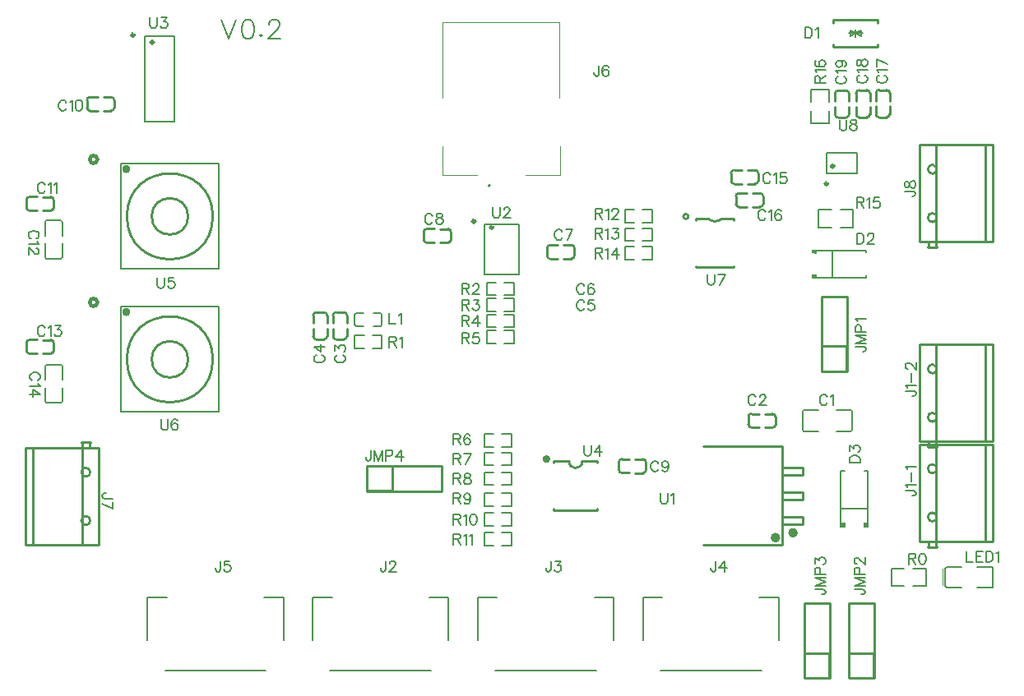
<source format=gto>
G04 Layer: TopSilkscreenLayer*
G04 EasyEDA v6.5.46, 2024-09-04 15:34:20*
G04 d73e3e6912d945eb9b412824c50a840e,79071ce94af74c669a867ceed4e6d4b3,10*
G04 Gerber Generator version 0.2*
G04 Scale: 100 percent, Rotated: No, Reflected: No *
G04 Dimensions in millimeters *
G04 leading zeros omitted , absolute positions ,4 integer and 5 decimal *
%FSLAX45Y45*%
%MOMM*%

%ADD10C,0.2032*%
%ADD11C,0.1524*%
%ADD12C,0.2540*%
%ADD13C,0.1270*%
%ADD14C,0.1999*%
%ADD15C,0.1001*%
%ADD16C,0.1520*%
%ADD17C,0.3000*%
%ADD18C,0.4000*%
%ADD19C,0.4250*%
%ADD20C,0.5000*%
%ADD21C,0.0137*%

%LPD*%
D10*
X2362200Y6885178D02*
G01*
X2436113Y6691376D01*
X2510027Y6885178D02*
G01*
X2436113Y6691376D01*
X2626359Y6885178D02*
G01*
X2598674Y6876034D01*
X2580131Y6848347D01*
X2570988Y6802120D01*
X2570988Y6774434D01*
X2580131Y6728205D01*
X2598674Y6700520D01*
X2626359Y6691376D01*
X2644902Y6691376D01*
X2672588Y6700520D01*
X2691129Y6728205D01*
X2700274Y6774434D01*
X2700274Y6802120D01*
X2691129Y6848347D01*
X2672588Y6876034D01*
X2644902Y6885178D01*
X2626359Y6885178D01*
X2770377Y6737350D02*
G01*
X2761234Y6728205D01*
X2770377Y6719062D01*
X2779775Y6728205D01*
X2770377Y6737350D01*
X2849879Y6838950D02*
G01*
X2849879Y6848347D01*
X2859024Y6866889D01*
X2868422Y6876034D01*
X2886709Y6885178D01*
X2923793Y6885178D01*
X2942336Y6876034D01*
X2951479Y6866889D01*
X2960624Y6848347D01*
X2960624Y6829805D01*
X2951479Y6811263D01*
X2932938Y6783578D01*
X2840736Y6691376D01*
X2970022Y6691376D01*
D11*
X3900170Y2452115D02*
G01*
X3900170Y2369057D01*
X3894836Y2353310D01*
X3889756Y2348229D01*
X3879341Y2343150D01*
X3868927Y2343150D01*
X3858513Y2348229D01*
X3853179Y2353310D01*
X3848100Y2369057D01*
X3848100Y2379471D01*
X3934459Y2452115D02*
G01*
X3934459Y2343150D01*
X3934459Y2452115D02*
G01*
X3975861Y2343150D01*
X4017518Y2452115D02*
G01*
X3975861Y2343150D01*
X4017518Y2452115D02*
G01*
X4017518Y2343150D01*
X4051808Y2452115D02*
G01*
X4051808Y2343150D01*
X4051808Y2452115D02*
G01*
X4098543Y2452115D01*
X4114038Y2447036D01*
X4119372Y2441702D01*
X4124452Y2431287D01*
X4124452Y2415794D01*
X4119372Y2405379D01*
X4114038Y2400300D01*
X4098543Y2394965D01*
X4051808Y2394965D01*
X4210811Y2452115D02*
G01*
X4158741Y2379471D01*
X4236720Y2379471D01*
X4210811Y2452115D02*
G01*
X4210811Y2343150D01*
X3555491Y3430788D02*
G01*
X3545077Y3425454D01*
X3534663Y3415040D01*
X3529584Y3404880D01*
X3529584Y3384052D01*
X3534663Y3373638D01*
X3545077Y3363224D01*
X3555491Y3357890D01*
X3571240Y3352810D01*
X3597147Y3352810D01*
X3612641Y3357890D01*
X3623056Y3363224D01*
X3633470Y3373638D01*
X3638550Y3384052D01*
X3638550Y3404880D01*
X3633470Y3415040D01*
X3623056Y3425454D01*
X3612641Y3430788D01*
X3529584Y3475492D02*
G01*
X3529584Y3532642D01*
X3571240Y3501400D01*
X3571240Y3516894D01*
X3576320Y3527308D01*
X3581400Y3532642D01*
X3597147Y3537722D01*
X3607561Y3537722D01*
X3623056Y3532642D01*
X3633470Y3522228D01*
X3638550Y3506480D01*
X3638550Y3490986D01*
X3633470Y3475492D01*
X3628390Y3470158D01*
X3617975Y3465078D01*
X3339591Y3430788D02*
G01*
X3329177Y3425454D01*
X3318763Y3415040D01*
X3313684Y3404880D01*
X3313684Y3384052D01*
X3318763Y3373638D01*
X3329177Y3363224D01*
X3339591Y3357890D01*
X3355340Y3352810D01*
X3381247Y3352810D01*
X3396741Y3357890D01*
X3407156Y3363224D01*
X3417570Y3373638D01*
X3422650Y3384052D01*
X3422650Y3404880D01*
X3417570Y3415040D01*
X3407156Y3425454D01*
X3396741Y3430788D01*
X3313684Y3516894D02*
G01*
X3386327Y3465078D01*
X3386327Y3543056D01*
X3313684Y3516894D02*
G01*
X3422650Y3516894D01*
X5869177Y4699507D02*
G01*
X5863843Y4709921D01*
X5853429Y4720336D01*
X5843270Y4725415D01*
X5822441Y4725415D01*
X5812027Y4720336D01*
X5801613Y4709921D01*
X5796279Y4699507D01*
X5791200Y4683760D01*
X5791200Y4657852D01*
X5796279Y4642357D01*
X5801613Y4631944D01*
X5812027Y4621529D01*
X5822441Y4616450D01*
X5843270Y4616450D01*
X5853429Y4621529D01*
X5863843Y4631944D01*
X5869177Y4642357D01*
X5976111Y4725415D02*
G01*
X5924295Y4616450D01*
X5903468Y4725415D02*
G01*
X5976111Y4725415D01*
X4535677Y4864607D02*
G01*
X4530343Y4875021D01*
X4519929Y4885436D01*
X4509770Y4890515D01*
X4488941Y4890515D01*
X4478527Y4885436D01*
X4468113Y4875021D01*
X4462779Y4864607D01*
X4457700Y4848860D01*
X4457700Y4822952D01*
X4462779Y4807457D01*
X4468113Y4797044D01*
X4478527Y4786629D01*
X4488941Y4781550D01*
X4509770Y4781550D01*
X4519929Y4786629D01*
X4530343Y4797044D01*
X4535677Y4807457D01*
X4595875Y4890515D02*
G01*
X4580381Y4885436D01*
X4575047Y4875021D01*
X4575047Y4864607D01*
X4580381Y4854194D01*
X4590795Y4848860D01*
X4611370Y4843779D01*
X4627118Y4838700D01*
X4637531Y4828286D01*
X4642611Y4817871D01*
X4642611Y4802123D01*
X4637531Y4791710D01*
X4632197Y4786629D01*
X4616704Y4781550D01*
X4595875Y4781550D01*
X4580381Y4786629D01*
X4575047Y4791710D01*
X4569968Y4802123D01*
X4569968Y4817871D01*
X4575047Y4828286D01*
X4585461Y4838700D01*
X4601209Y4843779D01*
X4621784Y4848860D01*
X4632197Y4854194D01*
X4637531Y4864607D01*
X4637531Y4875021D01*
X4632197Y4885436D01*
X4616704Y4890515D01*
X4595875Y4890515D01*
X6859777Y2314803D02*
G01*
X6854443Y2325217D01*
X6844029Y2335631D01*
X6833870Y2340711D01*
X6813041Y2340711D01*
X6802627Y2335631D01*
X6792213Y2325217D01*
X6786879Y2314803D01*
X6781800Y2299055D01*
X6781800Y2273147D01*
X6786879Y2257653D01*
X6792213Y2247239D01*
X6802627Y2236825D01*
X6813041Y2231745D01*
X6833870Y2231745D01*
X6844029Y2236825D01*
X6854443Y2247239D01*
X6859777Y2257653D01*
X6961631Y2304389D02*
G01*
X6956297Y2288895D01*
X6945884Y2278481D01*
X6930390Y2273147D01*
X6925309Y2273147D01*
X6909561Y2278481D01*
X6899147Y2288895D01*
X6894068Y2304389D01*
X6894068Y2309469D01*
X6899147Y2325217D01*
X6909561Y2335631D01*
X6925309Y2340711D01*
X6930390Y2340711D01*
X6945884Y2335631D01*
X6956297Y2325217D01*
X6961631Y2304389D01*
X6961631Y2278481D01*
X6956297Y2252319D01*
X6945884Y2236825D01*
X6930390Y2231745D01*
X6919975Y2231745D01*
X6904481Y2236825D01*
X6899147Y2247239D01*
X763778Y6033007D02*
G01*
X758444Y6043421D01*
X748029Y6053836D01*
X737870Y6058915D01*
X717042Y6058915D01*
X706628Y6053836D01*
X696213Y6043421D01*
X690879Y6033007D01*
X685800Y6017260D01*
X685800Y5991352D01*
X690879Y5975857D01*
X696213Y5965444D01*
X706628Y5955029D01*
X717042Y5949950D01*
X737870Y5949950D01*
X748029Y5955029D01*
X758444Y5965444D01*
X763778Y5975857D01*
X798068Y6038087D02*
G01*
X808481Y6043421D01*
X823976Y6058915D01*
X823976Y5949950D01*
X889507Y6058915D02*
G01*
X873760Y6053836D01*
X863600Y6038087D01*
X858265Y6012179D01*
X858265Y5996686D01*
X863600Y5970523D01*
X873760Y5955029D01*
X889507Y5949950D01*
X899921Y5949950D01*
X915415Y5955029D01*
X925829Y5970523D01*
X930910Y5996686D01*
X930910Y6012179D01*
X925829Y6038087D01*
X915415Y6053836D01*
X899921Y6058915D01*
X889507Y6058915D01*
X547878Y5182107D02*
G01*
X542544Y5192521D01*
X532129Y5202936D01*
X521970Y5208015D01*
X501142Y5208015D01*
X490728Y5202936D01*
X480313Y5192521D01*
X474979Y5182107D01*
X469900Y5166360D01*
X469900Y5140452D01*
X474979Y5124957D01*
X480313Y5114544D01*
X490728Y5104129D01*
X501142Y5099050D01*
X521970Y5099050D01*
X532129Y5104129D01*
X542544Y5114544D01*
X547878Y5124957D01*
X582168Y5187187D02*
G01*
X592581Y5192521D01*
X608076Y5208015D01*
X608076Y5099050D01*
X642365Y5187187D02*
G01*
X652779Y5192521D01*
X668273Y5208015D01*
X668273Y5099050D01*
X547878Y3708907D02*
G01*
X542544Y3719321D01*
X532129Y3729736D01*
X521970Y3734815D01*
X501142Y3734815D01*
X490728Y3729736D01*
X480313Y3719321D01*
X474979Y3708907D01*
X469900Y3693160D01*
X469900Y3667252D01*
X474979Y3651757D01*
X480313Y3641344D01*
X490728Y3630929D01*
X501142Y3625850D01*
X521970Y3625850D01*
X532129Y3630929D01*
X542544Y3641344D01*
X547878Y3651757D01*
X582168Y3713987D02*
G01*
X592581Y3719321D01*
X608076Y3734815D01*
X608076Y3625850D01*
X652779Y3734815D02*
G01*
X709929Y3734815D01*
X678687Y3693160D01*
X694436Y3693160D01*
X704850Y3688079D01*
X709929Y3683000D01*
X715010Y3667252D01*
X715010Y3656837D01*
X709929Y3641344D01*
X699515Y3630929D01*
X684021Y3625850D01*
X668273Y3625850D01*
X652779Y3630929D01*
X647700Y3636010D01*
X642365Y3646423D01*
X8015488Y5283707D02*
G01*
X8010154Y5294121D01*
X7999740Y5304536D01*
X7989580Y5309615D01*
X7968752Y5309615D01*
X7958338Y5304536D01*
X7947924Y5294121D01*
X7942590Y5283707D01*
X7937510Y5267960D01*
X7937510Y5242052D01*
X7942590Y5226557D01*
X7947924Y5216144D01*
X7958338Y5205729D01*
X7968752Y5200650D01*
X7989580Y5200650D01*
X7999740Y5205729D01*
X8010154Y5216144D01*
X8015488Y5226557D01*
X8049778Y5288787D02*
G01*
X8060192Y5294121D01*
X8075686Y5309615D01*
X8075686Y5200650D01*
X8172460Y5309615D02*
G01*
X8120390Y5309615D01*
X8115310Y5262879D01*
X8120390Y5267960D01*
X8135884Y5273294D01*
X8151632Y5273294D01*
X8167126Y5267960D01*
X8177540Y5257800D01*
X8182620Y5242052D01*
X8182620Y5231637D01*
X8177540Y5216144D01*
X8167126Y5205729D01*
X8151632Y5200650D01*
X8135884Y5200650D01*
X8120390Y5205729D01*
X8115310Y5210810D01*
X8109976Y5221223D01*
X9130791Y6313688D02*
G01*
X9120377Y6308354D01*
X9109963Y6297940D01*
X9104884Y6287780D01*
X9104884Y6266952D01*
X9109963Y6256538D01*
X9120377Y6246124D01*
X9130791Y6240790D01*
X9146540Y6235710D01*
X9172447Y6235710D01*
X9187941Y6240790D01*
X9198356Y6246124D01*
X9208770Y6256538D01*
X9213850Y6266952D01*
X9213850Y6287780D01*
X9208770Y6297940D01*
X9198356Y6308354D01*
X9187941Y6313688D01*
X9125711Y6347978D02*
G01*
X9120377Y6358392D01*
X9104884Y6373886D01*
X9213850Y6373886D01*
X9104884Y6480820D02*
G01*
X9213850Y6429004D01*
X9104884Y6408176D02*
G01*
X9104884Y6480820D01*
X8927591Y6313688D02*
G01*
X8917177Y6308354D01*
X8906763Y6297940D01*
X8901684Y6287780D01*
X8901684Y6266952D01*
X8906763Y6256538D01*
X8917177Y6246124D01*
X8927591Y6240790D01*
X8943340Y6235710D01*
X8969247Y6235710D01*
X8984741Y6240790D01*
X8995156Y6246124D01*
X9005570Y6256538D01*
X9010650Y6266952D01*
X9010650Y6287780D01*
X9005570Y6297940D01*
X8995156Y6308354D01*
X8984741Y6313688D01*
X8922511Y6347978D02*
G01*
X8917177Y6358392D01*
X8901684Y6373886D01*
X9010650Y6373886D01*
X8901684Y6434084D02*
G01*
X8906763Y6418590D01*
X8917177Y6413510D01*
X8927591Y6413510D01*
X8938006Y6418590D01*
X8943340Y6429004D01*
X8948420Y6449832D01*
X8953500Y6465326D01*
X8963913Y6475740D01*
X8974327Y6480820D01*
X8990075Y6480820D01*
X9000490Y6475740D01*
X9005570Y6470660D01*
X9010650Y6454912D01*
X9010650Y6434084D01*
X9005570Y6418590D01*
X9000490Y6413510D01*
X8990075Y6408176D01*
X8974327Y6408176D01*
X8963913Y6413510D01*
X8953500Y6423670D01*
X8948420Y6439418D01*
X8943340Y6460246D01*
X8938006Y6470660D01*
X8927591Y6475740D01*
X8917177Y6475740D01*
X8906763Y6470660D01*
X8901684Y6454912D01*
X8901684Y6434084D01*
X7964690Y4902715D02*
G01*
X7959356Y4913129D01*
X7948942Y4923543D01*
X7938782Y4928623D01*
X7917954Y4928623D01*
X7907540Y4923543D01*
X7897126Y4913129D01*
X7891792Y4902715D01*
X7886712Y4886967D01*
X7886712Y4861059D01*
X7891792Y4845565D01*
X7897126Y4835151D01*
X7907540Y4824737D01*
X7917954Y4819657D01*
X7938782Y4819657D01*
X7948942Y4824737D01*
X7959356Y4835151D01*
X7964690Y4845565D01*
X7998980Y4907795D02*
G01*
X8009394Y4913129D01*
X8024888Y4928623D01*
X8024888Y4819657D01*
X8121662Y4913129D02*
G01*
X8116328Y4923543D01*
X8100834Y4928623D01*
X8090420Y4928623D01*
X8074672Y4923543D01*
X8064512Y4907795D01*
X8059178Y4881887D01*
X8059178Y4855979D01*
X8064512Y4835151D01*
X8074672Y4824737D01*
X8090420Y4819657D01*
X8095500Y4819657D01*
X8111248Y4824737D01*
X8121662Y4835151D01*
X8126742Y4850645D01*
X8126742Y4855979D01*
X8121662Y4871473D01*
X8111248Y4881887D01*
X8095500Y4886967D01*
X8090420Y4886967D01*
X8074672Y4881887D01*
X8064512Y4871473D01*
X8059178Y4855979D01*
X8369300Y6808215D02*
G01*
X8369300Y6699250D01*
X8369300Y6808215D02*
G01*
X8405622Y6808215D01*
X8421370Y6803136D01*
X8431529Y6792721D01*
X8436863Y6782308D01*
X8441943Y6766560D01*
X8441943Y6740652D01*
X8436863Y6725158D01*
X8431529Y6714744D01*
X8421370Y6704329D01*
X8405622Y6699250D01*
X8369300Y6699250D01*
X8476234Y6787387D02*
G01*
X8486647Y6792721D01*
X8502395Y6808215D01*
X8502395Y6699250D01*
X8902710Y4687315D02*
G01*
X8902710Y4578350D01*
X8902710Y4687315D02*
G01*
X8939032Y4687315D01*
X8954780Y4682236D01*
X8964940Y4671821D01*
X8970274Y4661407D01*
X8975354Y4645660D01*
X8975354Y4619752D01*
X8970274Y4604257D01*
X8964940Y4593844D01*
X8954780Y4583429D01*
X8939032Y4578350D01*
X8902710Y4578350D01*
X9014978Y4661407D02*
G01*
X9014978Y4666487D01*
X9020058Y4676902D01*
X9025392Y4682236D01*
X9035806Y4687315D01*
X9056380Y4687315D01*
X9066794Y4682236D01*
X9072128Y4676902D01*
X9077208Y4666487D01*
X9077208Y4656073D01*
X9072128Y4645660D01*
X9061714Y4630165D01*
X9009644Y4578350D01*
X9082542Y4578350D01*
X4052061Y1309115D02*
G01*
X4052061Y1226057D01*
X4046727Y1210310D01*
X4041647Y1205229D01*
X4031234Y1200150D01*
X4020820Y1200150D01*
X4010406Y1205229D01*
X4005072Y1210310D01*
X3999991Y1226057D01*
X3999991Y1236471D01*
X4091431Y1283207D02*
G01*
X4091431Y1288287D01*
X4096511Y1298702D01*
X4101845Y1304036D01*
X4112259Y1309115D01*
X4133088Y1309115D01*
X4143502Y1304036D01*
X4148581Y1298702D01*
X4153661Y1288287D01*
X4153661Y1277873D01*
X4148581Y1267460D01*
X4138168Y1251965D01*
X4086352Y1200150D01*
X4158995Y1200150D01*
X5752058Y1309115D02*
G01*
X5752058Y1226057D01*
X5746724Y1210310D01*
X5741644Y1205229D01*
X5731230Y1200150D01*
X5720816Y1200150D01*
X5710402Y1205229D01*
X5705068Y1210310D01*
X5699988Y1226057D01*
X5699988Y1236471D01*
X5796508Y1309115D02*
G01*
X5853658Y1309115D01*
X5822670Y1267460D01*
X5838164Y1267460D01*
X5848578Y1262379D01*
X5853658Y1257300D01*
X5858992Y1241552D01*
X5858992Y1231137D01*
X5853658Y1215644D01*
X5843498Y1205229D01*
X5827750Y1200150D01*
X5812256Y1200150D01*
X5796508Y1205229D01*
X5791428Y1210310D01*
X5786348Y1220723D01*
X7452055Y1309115D02*
G01*
X7452055Y1226057D01*
X7446721Y1210310D01*
X7441641Y1205229D01*
X7431227Y1200150D01*
X7420813Y1200150D01*
X7410399Y1205229D01*
X7405065Y1210310D01*
X7399985Y1226057D01*
X7399985Y1236471D01*
X7538161Y1309115D02*
G01*
X7486345Y1236471D01*
X7564069Y1236471D01*
X7538161Y1309115D02*
G01*
X7538161Y1200150D01*
X2352067Y1309115D02*
G01*
X2352067Y1226057D01*
X2346733Y1210310D01*
X2341653Y1205229D01*
X2331237Y1200150D01*
X2320825Y1200150D01*
X2310409Y1205229D01*
X2305077Y1210310D01*
X2299995Y1226057D01*
X2299995Y1236471D01*
X2448587Y1309115D02*
G01*
X2396517Y1309115D01*
X2391437Y1262379D01*
X2396517Y1267460D01*
X2412265Y1272794D01*
X2427759Y1272794D01*
X2443507Y1267460D01*
X2453667Y1257300D01*
X2459001Y1241552D01*
X2459001Y1231137D01*
X2453667Y1215644D01*
X2443507Y1205229D01*
X2427759Y1200150D01*
X2412265Y1200150D01*
X2396517Y1205229D01*
X2391437Y1210310D01*
X2386357Y1220723D01*
X6249670Y6414515D02*
G01*
X6249670Y6331457D01*
X6244336Y6315710D01*
X6239256Y6310629D01*
X6228841Y6305550D01*
X6218427Y6305550D01*
X6208013Y6310629D01*
X6202679Y6315710D01*
X6197600Y6331457D01*
X6197600Y6341871D01*
X6346190Y6399021D02*
G01*
X6341109Y6409436D01*
X6325361Y6414515D01*
X6314947Y6414515D01*
X6299454Y6409436D01*
X6289040Y6393687D01*
X6283959Y6367779D01*
X6283959Y6341871D01*
X6289040Y6321044D01*
X6299454Y6310629D01*
X6314947Y6305550D01*
X6320281Y6305550D01*
X6335775Y6310629D01*
X6346190Y6321044D01*
X6351270Y6336537D01*
X6351270Y6341871D01*
X6346190Y6357365D01*
X6335775Y6367779D01*
X6320281Y6372860D01*
X6314947Y6372860D01*
X6299454Y6367779D01*
X6289040Y6357365D01*
X6283959Y6341871D01*
X9396984Y5119370D02*
G01*
X9480041Y5119370D01*
X9495790Y5114036D01*
X9500870Y5108955D01*
X9505950Y5098542D01*
X9505950Y5088128D01*
X9500870Y5077713D01*
X9495790Y5072379D01*
X9480041Y5067300D01*
X9469627Y5067300D01*
X9396984Y5179568D02*
G01*
X9402063Y5163820D01*
X9412477Y5158739D01*
X9422891Y5158739D01*
X9433306Y5163820D01*
X9438640Y5174234D01*
X9443720Y5195062D01*
X9448800Y5210810D01*
X9459213Y5220970D01*
X9469627Y5226304D01*
X9485375Y5226304D01*
X9495790Y5220970D01*
X9500870Y5215889D01*
X9505950Y5200395D01*
X9505950Y5179568D01*
X9500870Y5163820D01*
X9495790Y5158739D01*
X9485375Y5153660D01*
X9469627Y5153660D01*
X9459213Y5158739D01*
X9448800Y5169154D01*
X9443720Y5184647D01*
X9438640Y5205476D01*
X9433306Y5215889D01*
X9422891Y5220970D01*
X9412477Y5220970D01*
X9402063Y5215889D01*
X9396984Y5200395D01*
X9396984Y5179568D01*
X8888973Y3519159D02*
G01*
X8972031Y3519159D01*
X8987779Y3513825D01*
X8992859Y3508745D01*
X8997939Y3498331D01*
X8997939Y3487917D01*
X8992859Y3477503D01*
X8987779Y3472169D01*
X8972031Y3467089D01*
X8961617Y3467089D01*
X8888973Y3553449D02*
G01*
X8997939Y3553449D01*
X8888973Y3553449D02*
G01*
X8997939Y3594851D01*
X8888973Y3636507D02*
G01*
X8997939Y3594851D01*
X8888973Y3636507D02*
G01*
X8997939Y3636507D01*
X8888973Y3670797D02*
G01*
X8997939Y3670797D01*
X8888973Y3670797D02*
G01*
X8888973Y3717533D01*
X8894053Y3733027D01*
X8899387Y3738361D01*
X8909801Y3743441D01*
X8925295Y3743441D01*
X8935709Y3738361D01*
X8940789Y3733027D01*
X8946123Y3717533D01*
X8946123Y3670797D01*
X8909801Y3777731D02*
G01*
X8904467Y3788145D01*
X8888973Y3803639D01*
X8997939Y3803639D01*
X8876273Y1017259D02*
G01*
X8959331Y1017259D01*
X8975079Y1011925D01*
X8980159Y1006845D01*
X8985239Y996431D01*
X8985239Y986017D01*
X8980159Y975603D01*
X8975079Y970269D01*
X8959331Y965189D01*
X8948917Y965189D01*
X8876273Y1051549D02*
G01*
X8985239Y1051549D01*
X8876273Y1051549D02*
G01*
X8985239Y1092951D01*
X8876273Y1134607D02*
G01*
X8985239Y1092951D01*
X8876273Y1134607D02*
G01*
X8985239Y1134607D01*
X8876273Y1168897D02*
G01*
X8985239Y1168897D01*
X8876273Y1168897D02*
G01*
X8876273Y1215633D01*
X8881353Y1231127D01*
X8886687Y1236461D01*
X8897101Y1241541D01*
X8912595Y1241541D01*
X8923009Y1236461D01*
X8928089Y1231127D01*
X8933423Y1215633D01*
X8933423Y1168897D01*
X8902181Y1281165D02*
G01*
X8897101Y1281165D01*
X8886687Y1286245D01*
X8881353Y1291579D01*
X8876273Y1301739D01*
X8876273Y1322567D01*
X8881353Y1332981D01*
X8886687Y1338315D01*
X8897101Y1343395D01*
X8907515Y1343395D01*
X8917929Y1338315D01*
X8933423Y1327901D01*
X8985239Y1275831D01*
X8985239Y1348729D01*
X4089405Y3861815D02*
G01*
X4089405Y3752850D01*
X4089405Y3752850D02*
G01*
X4151635Y3752850D01*
X4185925Y3840987D02*
G01*
X4196339Y3846321D01*
X4212087Y3861815D01*
X4212087Y3752850D01*
X4089402Y3620515D02*
G01*
X4089402Y3511550D01*
X4089402Y3620515D02*
G01*
X4136138Y3620515D01*
X4151632Y3615436D01*
X4156966Y3610102D01*
X4162046Y3599687D01*
X4162046Y3589273D01*
X4156966Y3578860D01*
X4151632Y3573779D01*
X4136138Y3568700D01*
X4089402Y3568700D01*
X4125724Y3568700D02*
G01*
X4162046Y3511550D01*
X4196336Y3599687D02*
G01*
X4206750Y3605021D01*
X4222498Y3620515D01*
X4222498Y3511550D01*
X4838700Y3836415D02*
G01*
X4838700Y3727450D01*
X4838700Y3836415D02*
G01*
X4885436Y3836415D01*
X4900929Y3831336D01*
X4906263Y3826002D01*
X4911343Y3815587D01*
X4911343Y3805173D01*
X4906263Y3794760D01*
X4900929Y3789679D01*
X4885436Y3784600D01*
X4838700Y3784600D01*
X4875022Y3784600D02*
G01*
X4911343Y3727450D01*
X4997704Y3836415D02*
G01*
X4945634Y3763771D01*
X5023611Y3763771D01*
X4997704Y3836415D02*
G01*
X4997704Y3727450D01*
X4838700Y3658615D02*
G01*
X4838700Y3549650D01*
X4838700Y3658615D02*
G01*
X4885436Y3658615D01*
X4900929Y3653536D01*
X4906263Y3648202D01*
X4911343Y3637787D01*
X4911343Y3627373D01*
X4906263Y3616960D01*
X4900929Y3611879D01*
X4885436Y3606800D01*
X4838700Y3606800D01*
X4875022Y3606800D02*
G01*
X4911343Y3549650D01*
X5008118Y3658615D02*
G01*
X4956047Y3658615D01*
X4950968Y3611879D01*
X4956047Y3616960D01*
X4971795Y3622294D01*
X4987290Y3622294D01*
X5002784Y3616960D01*
X5013197Y3606800D01*
X5018531Y3591052D01*
X5018531Y3580637D01*
X5013197Y3565144D01*
X5002784Y3554729D01*
X4987290Y3549650D01*
X4971795Y3549650D01*
X4956047Y3554729D01*
X4950968Y3559810D01*
X4945634Y3570223D01*
X5156200Y4954015D02*
G01*
X5156200Y4876037D01*
X5161279Y4860544D01*
X5171693Y4850129D01*
X5187441Y4845050D01*
X5197856Y4845050D01*
X5213350Y4850129D01*
X5223763Y4860544D01*
X5228843Y4876037D01*
X5228843Y4954015D01*
X5268468Y4928107D02*
G01*
X5268468Y4933187D01*
X5273547Y4943602D01*
X5278881Y4948936D01*
X5289295Y4954015D01*
X5309870Y4954015D01*
X5320284Y4948936D01*
X5325618Y4943602D01*
X5330697Y4933187D01*
X5330697Y4922773D01*
X5325618Y4912360D01*
X5315204Y4896865D01*
X5263134Y4845050D01*
X5336031Y4845050D01*
X1625600Y6909810D02*
G01*
X1625600Y6831832D01*
X1630679Y6816338D01*
X1641094Y6805924D01*
X1656842Y6800844D01*
X1667255Y6800844D01*
X1682750Y6805924D01*
X1693163Y6816338D01*
X1698244Y6831832D01*
X1698244Y6909810D01*
X1742947Y6909810D02*
G01*
X1800097Y6909810D01*
X1769110Y6868154D01*
X1784604Y6868154D01*
X1795018Y6863074D01*
X1800097Y6857994D01*
X1805431Y6842246D01*
X1805431Y6831832D01*
X1800097Y6816338D01*
X1789684Y6805924D01*
X1774189Y6800844D01*
X1758695Y6800844D01*
X1742947Y6805924D01*
X1737868Y6811004D01*
X1732534Y6821418D01*
X6096000Y2502915D02*
G01*
X6096000Y2424937D01*
X6101079Y2409444D01*
X6111493Y2399029D01*
X6127241Y2393950D01*
X6137656Y2393950D01*
X6153150Y2399029D01*
X6163563Y2409444D01*
X6168643Y2424937D01*
X6168643Y2502915D01*
X6255004Y2502915D02*
G01*
X6202934Y2430271D01*
X6280911Y2430271D01*
X6255004Y2502915D02*
G01*
X6255004Y2393950D01*
X1701800Y4230115D02*
G01*
X1701800Y4152137D01*
X1706879Y4136644D01*
X1717294Y4126229D01*
X1733042Y4121150D01*
X1743455Y4121150D01*
X1758950Y4126229D01*
X1769363Y4136644D01*
X1774444Y4152137D01*
X1774444Y4230115D01*
X1871218Y4230115D02*
G01*
X1819147Y4230115D01*
X1814068Y4183379D01*
X1819147Y4188460D01*
X1834895Y4193794D01*
X1850389Y4193794D01*
X1865884Y4188460D01*
X1876297Y4178300D01*
X1881631Y4162552D01*
X1881631Y4152137D01*
X1876297Y4136644D01*
X1865884Y4126229D01*
X1850389Y4121150D01*
X1834895Y4121150D01*
X1819147Y4126229D01*
X1814068Y4131310D01*
X1808734Y4141723D01*
X1739900Y2769615D02*
G01*
X1739900Y2691637D01*
X1744979Y2676144D01*
X1755394Y2665729D01*
X1771142Y2660650D01*
X1781555Y2660650D01*
X1797050Y2665729D01*
X1807463Y2676144D01*
X1812544Y2691637D01*
X1812544Y2769615D01*
X1909318Y2754121D02*
G01*
X1903984Y2764536D01*
X1888489Y2769615D01*
X1878076Y2769615D01*
X1862581Y2764536D01*
X1852168Y2748787D01*
X1846834Y2722879D01*
X1846834Y2696971D01*
X1852168Y2676144D01*
X1862581Y2665729D01*
X1878076Y2660650D01*
X1883410Y2660650D01*
X1898904Y2665729D01*
X1909318Y2676144D01*
X1914397Y2691637D01*
X1914397Y2696971D01*
X1909318Y2712465D01*
X1898904Y2722879D01*
X1883410Y2727960D01*
X1878076Y2727960D01*
X1862581Y2722879D01*
X1852168Y2712465D01*
X1846834Y2696971D01*
X7366000Y4265320D02*
G01*
X7366000Y4187342D01*
X7371079Y4171848D01*
X7381493Y4161434D01*
X7397241Y4156354D01*
X7407656Y4156354D01*
X7423150Y4161434D01*
X7433563Y4171848D01*
X7438643Y4187342D01*
X7438643Y4265320D01*
X7545831Y4265320D02*
G01*
X7493761Y4156354D01*
X7472934Y4265320D02*
G01*
X7545831Y4265320D01*
X9402063Y2033270D02*
G01*
X9485122Y2033270D01*
X9500870Y2027936D01*
X9505950Y2022855D01*
X9511029Y2012442D01*
X9511029Y2002028D01*
X9505950Y1991613D01*
X9500870Y1986279D01*
X9485122Y1981200D01*
X9474708Y1981200D01*
X9422891Y2067560D02*
G01*
X9417558Y2077720D01*
X9402063Y2093468D01*
X9511029Y2093468D01*
X9464293Y2127757D02*
G01*
X9464293Y2221229D01*
X9422891Y2255520D02*
G01*
X9417558Y2265934D01*
X9402063Y2281428D01*
X9511029Y2281428D01*
X9402063Y3061970D02*
G01*
X9485122Y3061970D01*
X9500870Y3056636D01*
X9505950Y3051555D01*
X9511029Y3041142D01*
X9511029Y3030728D01*
X9505950Y3020313D01*
X9500870Y3014979D01*
X9485122Y3009900D01*
X9474708Y3009900D01*
X9422891Y3096260D02*
G01*
X9417558Y3106420D01*
X9402063Y3122168D01*
X9511029Y3122168D01*
X9464293Y3156457D02*
G01*
X9464293Y3249929D01*
X9427972Y3289300D02*
G01*
X9422891Y3289300D01*
X9412477Y3294634D01*
X9407143Y3299713D01*
X9402063Y3310128D01*
X9402063Y3330955D01*
X9407143Y3341370D01*
X9412477Y3346450D01*
X9422891Y3351784D01*
X9433306Y3351784D01*
X9443720Y3346450D01*
X9459213Y3336289D01*
X9511029Y3284220D01*
X9511029Y3356863D01*
X4749901Y2617215D02*
G01*
X4749901Y2508250D01*
X4749901Y2617215D02*
G01*
X4796637Y2617215D01*
X4812131Y2612136D01*
X4817465Y2606802D01*
X4822545Y2596387D01*
X4822545Y2585973D01*
X4817465Y2575560D01*
X4812131Y2570479D01*
X4796637Y2565400D01*
X4749901Y2565400D01*
X4786223Y2565400D02*
G01*
X4822545Y2508250D01*
X4919065Y2601721D02*
G01*
X4913985Y2612136D01*
X4898491Y2617215D01*
X4888077Y2617215D01*
X4872329Y2612136D01*
X4861915Y2596387D01*
X4856835Y2570479D01*
X4856835Y2544571D01*
X4861915Y2523744D01*
X4872329Y2513329D01*
X4888077Y2508250D01*
X4893157Y2508250D01*
X4908905Y2513329D01*
X4919065Y2523744D01*
X4924399Y2539237D01*
X4924399Y2544571D01*
X4919065Y2560065D01*
X4908905Y2570479D01*
X4893157Y2575560D01*
X4888077Y2575560D01*
X4872329Y2570479D01*
X4861915Y2560065D01*
X4856835Y2544571D01*
X4749800Y2414015D02*
G01*
X4749800Y2305050D01*
X4749800Y2414015D02*
G01*
X4796536Y2414015D01*
X4812029Y2408936D01*
X4817363Y2403602D01*
X4822443Y2393187D01*
X4822443Y2382773D01*
X4817363Y2372360D01*
X4812029Y2367279D01*
X4796536Y2362200D01*
X4749800Y2362200D01*
X4786122Y2362200D02*
G01*
X4822443Y2305050D01*
X4929631Y2414015D02*
G01*
X4877561Y2305050D01*
X4856734Y2414015D02*
G01*
X4929631Y2414015D01*
X4749800Y2210815D02*
G01*
X4749800Y2101850D01*
X4749800Y2210815D02*
G01*
X4796536Y2210815D01*
X4812029Y2205736D01*
X4817363Y2200402D01*
X4822443Y2189987D01*
X4822443Y2179573D01*
X4817363Y2169160D01*
X4812029Y2164079D01*
X4796536Y2159000D01*
X4749800Y2159000D01*
X4786122Y2159000D02*
G01*
X4822443Y2101850D01*
X4882895Y2210815D02*
G01*
X4867147Y2205736D01*
X4862068Y2195321D01*
X4862068Y2184907D01*
X4867147Y2174494D01*
X4877561Y2169160D01*
X4898390Y2164079D01*
X4913884Y2159000D01*
X4924297Y2148586D01*
X4929631Y2138171D01*
X4929631Y2122423D01*
X4924297Y2112010D01*
X4919218Y2106929D01*
X4903470Y2101850D01*
X4882895Y2101850D01*
X4867147Y2106929D01*
X4862068Y2112010D01*
X4856734Y2122423D01*
X4856734Y2138171D01*
X4862068Y2148586D01*
X4872481Y2159000D01*
X4887975Y2164079D01*
X4908804Y2169160D01*
X4919218Y2174494D01*
X4924297Y2184907D01*
X4924297Y2195321D01*
X4919218Y2205736D01*
X4903470Y2210815D01*
X4882895Y2210815D01*
X4749800Y2007615D02*
G01*
X4749800Y1898650D01*
X4749800Y2007615D02*
G01*
X4796536Y2007615D01*
X4812029Y2002536D01*
X4817363Y1997202D01*
X4822443Y1986787D01*
X4822443Y1976373D01*
X4817363Y1965960D01*
X4812029Y1960879D01*
X4796536Y1955800D01*
X4749800Y1955800D01*
X4786122Y1955800D02*
G01*
X4822443Y1898650D01*
X4924297Y1971294D02*
G01*
X4919218Y1955800D01*
X4908804Y1945386D01*
X4893309Y1940052D01*
X4887975Y1940052D01*
X4872481Y1945386D01*
X4862068Y1955800D01*
X4856734Y1971294D01*
X4856734Y1976373D01*
X4862068Y1992121D01*
X4872481Y2002536D01*
X4887975Y2007615D01*
X4893309Y2007615D01*
X4908804Y2002536D01*
X4919218Y1992121D01*
X4924297Y1971294D01*
X4924297Y1945386D01*
X4919218Y1919223D01*
X4908804Y1903729D01*
X4893309Y1898650D01*
X4882895Y1898650D01*
X4867147Y1903729D01*
X4862068Y1914144D01*
X4749800Y1791715D02*
G01*
X4749800Y1682750D01*
X4749800Y1791715D02*
G01*
X4796536Y1791715D01*
X4812029Y1786636D01*
X4817363Y1781302D01*
X4822443Y1770887D01*
X4822443Y1760473D01*
X4817363Y1750060D01*
X4812029Y1744979D01*
X4796536Y1739900D01*
X4749800Y1739900D01*
X4786122Y1739900D02*
G01*
X4822443Y1682750D01*
X4856734Y1770887D02*
G01*
X4867147Y1776221D01*
X4882895Y1791715D01*
X4882895Y1682750D01*
X4948174Y1791715D02*
G01*
X4932679Y1786636D01*
X4922265Y1770887D01*
X4917186Y1744979D01*
X4917186Y1729486D01*
X4922265Y1703323D01*
X4932679Y1687829D01*
X4948174Y1682750D01*
X4958588Y1682750D01*
X4974336Y1687829D01*
X4984750Y1703323D01*
X4989829Y1729486D01*
X4989829Y1744979D01*
X4984750Y1770887D01*
X4974336Y1786636D01*
X4958588Y1791715D01*
X4948174Y1791715D01*
X4749800Y1588515D02*
G01*
X4749800Y1479550D01*
X4749800Y1588515D02*
G01*
X4796536Y1588515D01*
X4812029Y1583436D01*
X4817363Y1578102D01*
X4822443Y1567687D01*
X4822443Y1557273D01*
X4817363Y1546860D01*
X4812029Y1541779D01*
X4796536Y1536700D01*
X4749800Y1536700D01*
X4786122Y1536700D02*
G01*
X4822443Y1479550D01*
X4856734Y1567687D02*
G01*
X4867147Y1573021D01*
X4882895Y1588515D01*
X4882895Y1479550D01*
X4917186Y1567687D02*
G01*
X4927600Y1573021D01*
X4943093Y1588515D01*
X4943093Y1479550D01*
X6210401Y4738115D02*
G01*
X6210401Y4629150D01*
X6210401Y4738115D02*
G01*
X6257137Y4738115D01*
X6272631Y4733036D01*
X6277965Y4727702D01*
X6283045Y4717287D01*
X6283045Y4706873D01*
X6277965Y4696460D01*
X6272631Y4691379D01*
X6257137Y4686300D01*
X6210401Y4686300D01*
X6246723Y4686300D02*
G01*
X6283045Y4629150D01*
X6317335Y4717287D02*
G01*
X6327749Y4722621D01*
X6343243Y4738115D01*
X6343243Y4629150D01*
X6387947Y4738115D02*
G01*
X6445097Y4738115D01*
X6413855Y4696460D01*
X6429603Y4696460D01*
X6440017Y4691379D01*
X6445097Y4686300D01*
X6450431Y4670552D01*
X6450431Y4660137D01*
X6445097Y4644644D01*
X6434683Y4634229D01*
X6419189Y4629150D01*
X6403695Y4629150D01*
X6387947Y4634229D01*
X6382867Y4639310D01*
X6377533Y4649723D01*
X6210401Y4534915D02*
G01*
X6210401Y4425950D01*
X6210401Y4534915D02*
G01*
X6257137Y4534915D01*
X6272631Y4529836D01*
X6277965Y4524502D01*
X6283045Y4514087D01*
X6283045Y4503673D01*
X6277965Y4493260D01*
X6272631Y4488179D01*
X6257137Y4483100D01*
X6210401Y4483100D01*
X6246723Y4483100D02*
G01*
X6283045Y4425950D01*
X6317335Y4514087D02*
G01*
X6327749Y4519421D01*
X6343243Y4534915D01*
X6343243Y4425950D01*
X6429603Y4534915D02*
G01*
X6377533Y4462271D01*
X6455511Y4462271D01*
X6429603Y4534915D02*
G01*
X6429603Y4425950D01*
X8902776Y5055615D02*
G01*
X8902776Y4946650D01*
X8902776Y5055615D02*
G01*
X8949512Y5055615D01*
X8965006Y5050536D01*
X8970340Y5045202D01*
X8975420Y5034787D01*
X8975420Y5024373D01*
X8970340Y5013960D01*
X8965006Y5008879D01*
X8949512Y5003800D01*
X8902776Y5003800D01*
X8939098Y5003800D02*
G01*
X8975420Y4946650D01*
X9009710Y5034787D02*
G01*
X9020124Y5040121D01*
X9035618Y5055615D01*
X9035618Y4946650D01*
X9132392Y5055615D02*
G01*
X9080322Y5055615D01*
X9075242Y5008879D01*
X9080322Y5013960D01*
X9096070Y5019294D01*
X9111564Y5019294D01*
X9127058Y5013960D01*
X9137472Y5003800D01*
X9142806Y4988052D01*
X9142806Y4977637D01*
X9137472Y4962144D01*
X9127058Y4951729D01*
X9111564Y4946650D01*
X9096070Y4946650D01*
X9080322Y4951729D01*
X9075242Y4956810D01*
X9069908Y4967223D01*
X8711691Y6304178D02*
G01*
X8701277Y6298844D01*
X8690863Y6288430D01*
X8685784Y6278270D01*
X8685784Y6257442D01*
X8690863Y6247028D01*
X8701277Y6236614D01*
X8711691Y6231280D01*
X8727440Y6226200D01*
X8753347Y6226200D01*
X8768841Y6231280D01*
X8779256Y6236614D01*
X8789670Y6247028D01*
X8794750Y6257442D01*
X8794750Y6278270D01*
X8789670Y6288430D01*
X8779256Y6298844D01*
X8768841Y6304178D01*
X8706611Y6338468D02*
G01*
X8701277Y6348882D01*
X8685784Y6364376D01*
X8794750Y6364376D01*
X8722106Y6466230D02*
G01*
X8737600Y6461150D01*
X8748013Y6450736D01*
X8753347Y6434988D01*
X8753347Y6429908D01*
X8748013Y6414160D01*
X8737600Y6404000D01*
X8722106Y6398666D01*
X8717025Y6398666D01*
X8701277Y6404000D01*
X8690863Y6414160D01*
X8685784Y6429908D01*
X8685784Y6434988D01*
X8690863Y6450736D01*
X8701277Y6461150D01*
X8722106Y6466230D01*
X8748013Y6466230D01*
X8774175Y6461150D01*
X8789670Y6450736D01*
X8794750Y6434988D01*
X8794750Y6424574D01*
X8789670Y6409080D01*
X8779256Y6404000D01*
X1243634Y1954529D02*
G01*
X1160576Y1954529D01*
X1144828Y1959863D01*
X1139748Y1964944D01*
X1134668Y1975357D01*
X1134668Y1985771D01*
X1139748Y1996186D01*
X1144828Y2001520D01*
X1160576Y2006600D01*
X1170990Y2006600D01*
X1243634Y1847595D02*
G01*
X1134668Y1899665D01*
X1243634Y1920239D02*
G01*
X1243634Y1847595D01*
X8469884Y1017270D02*
G01*
X8552941Y1017270D01*
X8568690Y1011936D01*
X8573770Y1006855D01*
X8578850Y996442D01*
X8578850Y986028D01*
X8573770Y975613D01*
X8568690Y970279D01*
X8552941Y965200D01*
X8542527Y965200D01*
X8469884Y1051560D02*
G01*
X8578850Y1051560D01*
X8469884Y1051560D02*
G01*
X8578850Y1092962D01*
X8469884Y1134618D02*
G01*
X8578850Y1092962D01*
X8469884Y1134618D02*
G01*
X8578850Y1134618D01*
X8469884Y1168907D02*
G01*
X8578850Y1168907D01*
X8469884Y1168907D02*
G01*
X8469884Y1215644D01*
X8474963Y1231137D01*
X8480297Y1236471D01*
X8490711Y1241552D01*
X8506206Y1241552D01*
X8516620Y1236471D01*
X8521700Y1231137D01*
X8527034Y1215644D01*
X8527034Y1168907D01*
X8469884Y1286255D02*
G01*
X8469884Y1343405D01*
X8511540Y1312163D01*
X8511540Y1327912D01*
X8516620Y1338326D01*
X8521700Y1343405D01*
X8537447Y1348739D01*
X8547861Y1348739D01*
X8563356Y1343405D01*
X8573770Y1332992D01*
X8578850Y1317497D01*
X8578850Y1301750D01*
X8573770Y1286255D01*
X8568690Y1281176D01*
X8558275Y1275842D01*
X8724900Y5855715D02*
G01*
X8724900Y5777737D01*
X8729979Y5762244D01*
X8740393Y5751829D01*
X8756141Y5746750D01*
X8766556Y5746750D01*
X8782050Y5751829D01*
X8792463Y5762244D01*
X8797543Y5777737D01*
X8797543Y5855715D01*
X8857995Y5855715D02*
G01*
X8842247Y5850636D01*
X8837168Y5840221D01*
X8837168Y5829807D01*
X8842247Y5819394D01*
X8852661Y5814060D01*
X8873490Y5808979D01*
X8888984Y5803900D01*
X8899397Y5793486D01*
X8904731Y5783071D01*
X8904731Y5767323D01*
X8899397Y5756910D01*
X8894318Y5751829D01*
X8878570Y5746750D01*
X8857995Y5746750D01*
X8842247Y5751829D01*
X8837168Y5756910D01*
X8831834Y5767323D01*
X8831834Y5783071D01*
X8837168Y5793486D01*
X8847581Y5803900D01*
X8863075Y5808979D01*
X8883904Y5814060D01*
X8894318Y5819394D01*
X8899397Y5829807D01*
X8899397Y5840221D01*
X8894318Y5850636D01*
X8878570Y5855715D01*
X8857995Y5855715D01*
X6883400Y2007615D02*
G01*
X6883400Y1929637D01*
X6888479Y1914144D01*
X6898893Y1903729D01*
X6914641Y1898650D01*
X6925056Y1898650D01*
X6940550Y1903729D01*
X6950963Y1914144D01*
X6956043Y1929637D01*
X6956043Y2007615D01*
X6990334Y1986787D02*
G01*
X7000747Y1992121D01*
X7016495Y2007615D01*
X7016495Y1898650D01*
X8599677Y2997707D02*
G01*
X8594343Y3008121D01*
X8583929Y3018536D01*
X8573770Y3023615D01*
X8552941Y3023615D01*
X8542527Y3018536D01*
X8532113Y3008121D01*
X8526779Y2997707D01*
X8521700Y2981960D01*
X8521700Y2956052D01*
X8526779Y2940557D01*
X8532113Y2930144D01*
X8542527Y2919729D01*
X8552941Y2914650D01*
X8573770Y2914650D01*
X8583929Y2919729D01*
X8594343Y2930144D01*
X8599677Y2940557D01*
X8633968Y3002787D02*
G01*
X8644381Y3008121D01*
X8659875Y3023615D01*
X8659875Y2914650D01*
X7863077Y2997707D02*
G01*
X7857743Y3008121D01*
X7847329Y3018536D01*
X7837170Y3023615D01*
X7816341Y3023615D01*
X7805927Y3018536D01*
X7795513Y3008121D01*
X7790179Y2997707D01*
X7785100Y2981960D01*
X7785100Y2956052D01*
X7790179Y2940557D01*
X7795513Y2930144D01*
X7805927Y2919729D01*
X7816341Y2914650D01*
X7837170Y2914650D01*
X7847329Y2919729D01*
X7857743Y2930144D01*
X7863077Y2940557D01*
X7902447Y2997707D02*
G01*
X7902447Y3002787D01*
X7907781Y3013202D01*
X7912861Y3018536D01*
X7923275Y3023615D01*
X7944104Y3023615D01*
X7954518Y3018536D01*
X7959597Y3013202D01*
X7964931Y3002787D01*
X7964931Y2992373D01*
X7959597Y2981960D01*
X7949184Y2966465D01*
X7897368Y2914650D01*
X7970011Y2914650D01*
X6097777Y4140707D02*
G01*
X6092443Y4151121D01*
X6082029Y4161536D01*
X6071870Y4166615D01*
X6051041Y4166615D01*
X6040627Y4161536D01*
X6030213Y4151121D01*
X6024879Y4140707D01*
X6019800Y4124960D01*
X6019800Y4099052D01*
X6024879Y4083557D01*
X6030213Y4073144D01*
X6040627Y4062729D01*
X6051041Y4057650D01*
X6071870Y4057650D01*
X6082029Y4062729D01*
X6092443Y4073144D01*
X6097777Y4083557D01*
X6194297Y4151121D02*
G01*
X6189218Y4161536D01*
X6173470Y4166615D01*
X6163309Y4166615D01*
X6147561Y4161536D01*
X6137147Y4145787D01*
X6132068Y4119879D01*
X6132068Y4093971D01*
X6137147Y4073144D01*
X6147561Y4062729D01*
X6163309Y4057650D01*
X6168390Y4057650D01*
X6183884Y4062729D01*
X6194297Y4073144D01*
X6199631Y4088637D01*
X6199631Y4093971D01*
X6194297Y4109465D01*
X6183884Y4119879D01*
X6168390Y4124960D01*
X6163309Y4124960D01*
X6147561Y4119879D01*
X6137147Y4109465D01*
X6132068Y4093971D01*
X457707Y4633721D02*
G01*
X468121Y4639055D01*
X478536Y4649470D01*
X483615Y4659629D01*
X483615Y4680457D01*
X478536Y4690871D01*
X468121Y4701286D01*
X457707Y4706620D01*
X441960Y4711700D01*
X416052Y4711700D01*
X400557Y4706620D01*
X390144Y4701286D01*
X379729Y4690871D01*
X374650Y4680457D01*
X374650Y4659629D01*
X379729Y4649470D01*
X390144Y4639055D01*
X400557Y4633721D01*
X462787Y4599431D02*
G01*
X468121Y4589018D01*
X483615Y4573523D01*
X374650Y4573523D01*
X457707Y4533900D02*
G01*
X462787Y4533900D01*
X473202Y4528820D01*
X478536Y4523739D01*
X483615Y4513326D01*
X483615Y4492497D01*
X478536Y4482084D01*
X473202Y4476750D01*
X462787Y4471670D01*
X452373Y4471670D01*
X441960Y4476750D01*
X426465Y4487163D01*
X374650Y4539234D01*
X374650Y4466589D01*
X470407Y3173221D02*
G01*
X480821Y3178555D01*
X491236Y3188970D01*
X496315Y3199129D01*
X496315Y3219957D01*
X491236Y3230371D01*
X480821Y3240786D01*
X470407Y3246120D01*
X454660Y3251200D01*
X428752Y3251200D01*
X413257Y3246120D01*
X402844Y3240786D01*
X392429Y3230371D01*
X387350Y3219957D01*
X387350Y3199129D01*
X392429Y3188970D01*
X402844Y3178555D01*
X413257Y3173221D01*
X475487Y3138931D02*
G01*
X480821Y3128518D01*
X496315Y3113023D01*
X387350Y3113023D01*
X496315Y3026663D02*
G01*
X423671Y3078734D01*
X423671Y3000755D01*
X496315Y3026663D02*
G01*
X387350Y3026663D01*
X8825484Y2324100D02*
G01*
X8934450Y2324100D01*
X8825484Y2324100D02*
G01*
X8825484Y2360421D01*
X8830563Y2376170D01*
X8840977Y2386329D01*
X8851391Y2391663D01*
X8867140Y2396744D01*
X8893047Y2396744D01*
X8908541Y2391663D01*
X8918956Y2386329D01*
X8929370Y2376170D01*
X8934450Y2360421D01*
X8934450Y2324100D01*
X8825484Y2441447D02*
G01*
X8825484Y2498597D01*
X8867140Y2467610D01*
X8867140Y2483104D01*
X8872220Y2493518D01*
X8877300Y2498597D01*
X8893047Y2503931D01*
X8903461Y2503931D01*
X8918956Y2498597D01*
X8929370Y2488184D01*
X8934450Y2472689D01*
X8934450Y2457195D01*
X8929370Y2441447D01*
X8924290Y2436368D01*
X8913875Y2431034D01*
X10033005Y1410715D02*
G01*
X10033005Y1301750D01*
X10033005Y1301750D02*
G01*
X10095235Y1301750D01*
X10129525Y1410715D02*
G01*
X10129525Y1301750D01*
X10129525Y1410715D02*
G01*
X10197089Y1410715D01*
X10129525Y1358900D02*
G01*
X10171181Y1358900D01*
X10129525Y1301750D02*
G01*
X10197089Y1301750D01*
X10231379Y1410715D02*
G01*
X10231379Y1301750D01*
X10231379Y1410715D02*
G01*
X10267955Y1410715D01*
X10283449Y1405636D01*
X10293863Y1395221D01*
X10298943Y1384807D01*
X10304277Y1369060D01*
X10304277Y1343152D01*
X10298943Y1327657D01*
X10293863Y1317244D01*
X10283449Y1306829D01*
X10267955Y1301750D01*
X10231379Y1301750D01*
X10338567Y1389887D02*
G01*
X10348981Y1395221D01*
X10364475Y1410715D01*
X10364475Y1301750D01*
X9436100Y1385315D02*
G01*
X9436100Y1276350D01*
X9436100Y1385315D02*
G01*
X9482836Y1385315D01*
X9498329Y1380236D01*
X9503663Y1374902D01*
X9508743Y1364487D01*
X9508743Y1354073D01*
X9503663Y1343660D01*
X9498329Y1338579D01*
X9482836Y1333500D01*
X9436100Y1333500D01*
X9472422Y1333500D02*
G01*
X9508743Y1276350D01*
X9574275Y1385315D02*
G01*
X9558781Y1380236D01*
X9548368Y1364487D01*
X9543034Y1338579D01*
X9543034Y1323086D01*
X9548368Y1296923D01*
X9558781Y1281429D01*
X9574275Y1276350D01*
X9584690Y1276350D01*
X9600184Y1281429D01*
X9610597Y1296923D01*
X9615931Y1323086D01*
X9615931Y1338579D01*
X9610597Y1364487D01*
X9600184Y1380236D01*
X9584690Y1385315D01*
X9574275Y1385315D01*
X6210300Y4941315D02*
G01*
X6210300Y4832350D01*
X6210300Y4941315D02*
G01*
X6257036Y4941315D01*
X6272529Y4936236D01*
X6277863Y4930902D01*
X6282943Y4920487D01*
X6282943Y4910073D01*
X6277863Y4899660D01*
X6272529Y4894579D01*
X6257036Y4889500D01*
X6210300Y4889500D01*
X6246622Y4889500D02*
G01*
X6282943Y4832350D01*
X6317234Y4920487D02*
G01*
X6327647Y4925821D01*
X6343395Y4941315D01*
X6343395Y4832350D01*
X6382765Y4915407D02*
G01*
X6382765Y4920487D01*
X6388100Y4930902D01*
X6393179Y4936236D01*
X6403593Y4941315D01*
X6424422Y4941315D01*
X6434836Y4936236D01*
X6439915Y4930902D01*
X6445250Y4920487D01*
X6445250Y4910073D01*
X6439915Y4899660D01*
X6429502Y4884165D01*
X6377686Y4832350D01*
X6450329Y4832350D01*
X6097777Y3975607D02*
G01*
X6092443Y3986021D01*
X6082029Y3996436D01*
X6071870Y4001515D01*
X6051041Y4001515D01*
X6040627Y3996436D01*
X6030213Y3986021D01*
X6024879Y3975607D01*
X6019800Y3959860D01*
X6019800Y3933952D01*
X6024879Y3918457D01*
X6030213Y3908044D01*
X6040627Y3897629D01*
X6051041Y3892550D01*
X6071870Y3892550D01*
X6082029Y3897629D01*
X6092443Y3908044D01*
X6097777Y3918457D01*
X6194297Y4001515D02*
G01*
X6142481Y4001515D01*
X6137147Y3954779D01*
X6142481Y3959860D01*
X6157975Y3965194D01*
X6173470Y3965194D01*
X6189218Y3959860D01*
X6199631Y3949700D01*
X6204711Y3933952D01*
X6204711Y3923537D01*
X6199631Y3908044D01*
X6189218Y3897629D01*
X6173470Y3892550D01*
X6157975Y3892550D01*
X6142481Y3897629D01*
X6137147Y3902710D01*
X6132068Y3913123D01*
X4838700Y4166615D02*
G01*
X4838700Y4057650D01*
X4838700Y4166615D02*
G01*
X4885436Y4166615D01*
X4900929Y4161536D01*
X4906263Y4156202D01*
X4911343Y4145787D01*
X4911343Y4135373D01*
X4906263Y4124960D01*
X4900929Y4119879D01*
X4885436Y4114800D01*
X4838700Y4114800D01*
X4875022Y4114800D02*
G01*
X4911343Y4057650D01*
X4950968Y4140707D02*
G01*
X4950968Y4145787D01*
X4956047Y4156202D01*
X4961381Y4161536D01*
X4971795Y4166615D01*
X4992370Y4166615D01*
X5002784Y4161536D01*
X5008118Y4156202D01*
X5013197Y4145787D01*
X5013197Y4135373D01*
X5008118Y4124960D01*
X4997704Y4109465D01*
X4945634Y4057650D01*
X5018531Y4057650D01*
X4838700Y4001515D02*
G01*
X4838700Y3892550D01*
X4838700Y4001515D02*
G01*
X4885436Y4001515D01*
X4900929Y3996436D01*
X4906263Y3991102D01*
X4911343Y3980687D01*
X4911343Y3970273D01*
X4906263Y3959860D01*
X4900929Y3954779D01*
X4885436Y3949700D01*
X4838700Y3949700D01*
X4875022Y3949700D02*
G01*
X4911343Y3892550D01*
X4956047Y4001515D02*
G01*
X5013197Y4001515D01*
X4982209Y3959860D01*
X4997704Y3959860D01*
X5008118Y3954779D01*
X5013197Y3949700D01*
X5018531Y3933952D01*
X5018531Y3923537D01*
X5013197Y3908044D01*
X5002784Y3897629D01*
X4987290Y3892550D01*
X4971795Y3892550D01*
X4956047Y3897629D01*
X4950968Y3902710D01*
X4945634Y3913123D01*
X8469884Y6235700D02*
G01*
X8578850Y6235700D01*
X8469884Y6235700D02*
G01*
X8469884Y6282436D01*
X8474963Y6297929D01*
X8480297Y6303263D01*
X8490711Y6308344D01*
X8501125Y6308344D01*
X8511540Y6303263D01*
X8516620Y6297929D01*
X8521700Y6282436D01*
X8521700Y6235700D01*
X8521700Y6272021D02*
G01*
X8578850Y6308344D01*
X8490711Y6342634D02*
G01*
X8485377Y6353047D01*
X8469884Y6368795D01*
X8578850Y6368795D01*
X8485377Y6465315D02*
G01*
X8474963Y6460236D01*
X8469884Y6444487D01*
X8469884Y6434073D01*
X8474963Y6418579D01*
X8490711Y6408165D01*
X8516620Y6403086D01*
X8542527Y6403086D01*
X8563356Y6408165D01*
X8573770Y6418579D01*
X8578850Y6434073D01*
X8578850Y6439407D01*
X8573770Y6454902D01*
X8563356Y6465315D01*
X8547861Y6470650D01*
X8542527Y6470650D01*
X8527034Y6465315D01*
X8516620Y6454902D01*
X8511540Y6439407D01*
X8511540Y6434073D01*
X8516620Y6418579D01*
X8527034Y6408165D01*
X8542527Y6403086D01*
G36*
X8439861Y4519015D02*
G01*
X8439505Y4478832D01*
X8485479Y4478375D01*
X8485581Y4519015D01*
G37*
G36*
X8440724Y4259224D02*
G01*
X8440318Y4218990D01*
X8486292Y4218533D01*
X8486444Y4259224D01*
G37*
G36*
X8729573Y1703476D02*
G01*
X8729573Y1657756D01*
X8782405Y1657756D01*
X8782405Y1703476D01*
G37*
G36*
X8972194Y1703476D02*
G01*
X8972194Y1657756D01*
X9025026Y1657756D01*
X9025026Y1703476D01*
G37*
G36*
X9781540Y1231595D02*
G01*
X9781540Y1054354D01*
X9796780Y1054354D01*
X9796780Y1231595D01*
G37*
D12*
X3861790Y2288997D02*
G01*
X4631791Y2288997D01*
X4631791Y2029002D01*
X3861790Y2029002D01*
X3861790Y2288997D01*
X3861790Y2288997D02*
G01*
X4121784Y2288997D01*
X4121784Y2038985D01*
X3861790Y2038985D01*
X3861790Y2288997D01*
X3621377Y3594798D02*
G01*
X3541374Y3594798D01*
X3652362Y3705773D02*
G01*
X3652362Y3625776D01*
X3510396Y3705773D02*
G01*
X3510396Y3625776D01*
X3652944Y3763363D02*
G01*
X3652944Y3843362D01*
X3621961Y3874345D02*
G01*
X3541963Y3874345D01*
X3510983Y3763363D02*
G01*
X3510983Y3843362D01*
X3338222Y3872801D02*
G01*
X3418225Y3872801D01*
X3307237Y3761826D02*
G01*
X3307237Y3841823D01*
X3449203Y3761826D02*
G01*
X3449203Y3841823D01*
X3306655Y3704236D02*
G01*
X3306655Y3624237D01*
X3337638Y3593254D02*
G01*
X3417636Y3593254D01*
X3448616Y3704236D02*
G01*
X3448616Y3624237D01*
X5715698Y4455822D02*
G01*
X5715698Y4535825D01*
X5826673Y4424837D02*
G01*
X5746676Y4424837D01*
X5826673Y4566803D02*
G01*
X5746676Y4566803D01*
X5884263Y4424255D02*
G01*
X5964262Y4424255D01*
X5995245Y4455238D02*
G01*
X5995245Y4535236D01*
X5884263Y4566216D02*
G01*
X5964262Y4566216D01*
X4723701Y4700877D02*
G01*
X4723701Y4620874D01*
X4612726Y4731862D02*
G01*
X4692723Y4731862D01*
X4612726Y4589896D02*
G01*
X4692723Y4589896D01*
X4555136Y4732444D02*
G01*
X4475137Y4732444D01*
X4444154Y4701461D02*
G01*
X4444154Y4621463D01*
X4555136Y4590483D02*
G01*
X4475137Y4590483D01*
X6452298Y2248918D02*
G01*
X6452298Y2328920D01*
X6563273Y2217933D02*
G01*
X6483276Y2217933D01*
X6563273Y2359898D02*
G01*
X6483276Y2359898D01*
X6620863Y2217351D02*
G01*
X6700862Y2217351D01*
X6731845Y2248334D02*
G01*
X6731845Y2328331D01*
X6620863Y2359312D02*
G01*
X6700862Y2359312D01*
X1256601Y6059777D02*
G01*
X1256601Y5979774D01*
X1145626Y6090762D02*
G01*
X1225623Y6090762D01*
X1145626Y5948796D02*
G01*
X1225623Y5948796D01*
X1088036Y6091344D02*
G01*
X1008037Y6091344D01*
X977054Y6060361D02*
G01*
X977054Y5980363D01*
X1088036Y5949383D02*
G01*
X1008037Y5949383D01*
X634301Y5031077D02*
G01*
X634301Y4951074D01*
X523326Y5062062D02*
G01*
X603323Y5062062D01*
X523326Y4920096D02*
G01*
X603323Y4920096D01*
X465736Y5062644D02*
G01*
X385737Y5062644D01*
X354754Y5031661D02*
G01*
X354754Y4951663D01*
X465736Y4920683D02*
G01*
X385737Y4920683D01*
X634301Y3557877D02*
G01*
X634301Y3477874D01*
X523326Y3588862D02*
G01*
X603323Y3588862D01*
X523326Y3446896D02*
G01*
X603323Y3446896D01*
X465736Y3589444D02*
G01*
X385737Y3589444D01*
X354754Y3558461D02*
G01*
X354754Y3478463D01*
X465736Y3447483D02*
G01*
X385737Y3447483D01*
X7607995Y5227619D02*
G01*
X7607995Y5307622D01*
X7718971Y5196634D02*
G01*
X7638973Y5196634D01*
X7718971Y5338599D02*
G01*
X7638973Y5338599D01*
X7776560Y5196052D02*
G01*
X7856560Y5196052D01*
X7887543Y5227035D02*
G01*
X7887543Y5307032D01*
X7776560Y5338013D02*
G01*
X7856560Y5338013D01*
X9209377Y5883694D02*
G01*
X9129374Y5883694D01*
X9240362Y5994669D02*
G01*
X9240362Y5914671D01*
X9098396Y5994669D02*
G01*
X9098396Y5914671D01*
X9240944Y6052258D02*
G01*
X9240944Y6132258D01*
X9209961Y6163241D02*
G01*
X9129963Y6163241D01*
X9098983Y6052258D02*
G01*
X9098983Y6132258D01*
X8926222Y6161697D02*
G01*
X9006225Y6161697D01*
X8895237Y6050721D02*
G01*
X8895237Y6130719D01*
X9037203Y6050721D02*
G01*
X9037203Y6130719D01*
X8894655Y5993132D02*
G01*
X8894655Y5913132D01*
X8925638Y5882149D02*
G01*
X9005636Y5882149D01*
X9036616Y5993132D02*
G01*
X9036616Y5913132D01*
X7936801Y5069177D02*
G01*
X7936801Y4989174D01*
X7825826Y5100162D02*
G01*
X7905823Y5100162D01*
X7825826Y4958196D02*
G01*
X7905823Y4958196D01*
X7768236Y5100744D02*
G01*
X7688237Y5100744D01*
X7657254Y5069761D02*
G01*
X7657254Y4989763D01*
X7768236Y4958783D02*
G01*
X7688237Y4958783D01*
D13*
X8833002Y6718703D02*
G01*
X8890203Y6748602D01*
X8890203Y6748602D02*
G01*
X8890203Y6710502D01*
X8949001Y6719702D02*
G01*
X8890203Y6748602D01*
X8890203Y6748602D02*
G01*
X8890203Y6786702D01*
X8836002Y6778703D02*
G01*
X8890203Y6748602D01*
X8943002Y6779701D02*
G01*
X8890203Y6748602D01*
D12*
X9120002Y6883702D02*
G01*
X8660002Y6883702D01*
X9120002Y6603702D02*
G01*
X8660002Y6603702D01*
D13*
X8949001Y6719702D02*
G01*
X8949001Y6779701D01*
X8833002Y6718703D02*
G01*
X8833002Y6778703D01*
X8966001Y6749702D02*
G01*
X8817002Y6749702D01*
D12*
X9120002Y6603702D02*
G01*
X9120002Y6630588D01*
X9120002Y6856816D02*
G01*
X9120002Y6883702D01*
X8660002Y6603702D02*
G01*
X8660002Y6630588D01*
X8660002Y6856816D02*
G01*
X8660002Y6883702D01*
D11*
X8649208Y4511420D02*
G01*
X8649208Y4226179D01*
X8477981Y4511420D02*
G01*
X8997218Y4511420D01*
X8996928Y4251238D02*
G01*
X8997596Y4227316D01*
X8997218Y4511420D02*
G01*
X8997886Y4487499D01*
X8477981Y4226179D02*
G01*
X8997218Y4226179D01*
D14*
X4499990Y938809D02*
G01*
X4699990Y938809D01*
X4699990Y498805D01*
X3499993Y938809D02*
G01*
X3299993Y938809D01*
X3299993Y498805D01*
X4519980Y178790D02*
G01*
X3480003Y178790D01*
X6199987Y938809D02*
G01*
X6399987Y938809D01*
X6399987Y498805D01*
X5199989Y938809D02*
G01*
X4999990Y938809D01*
X4999990Y498805D01*
X6219977Y178790D02*
G01*
X5179999Y178790D01*
X7899984Y938809D02*
G01*
X8099983Y938809D01*
X8099983Y498805D01*
X6899986Y938809D02*
G01*
X6699986Y938809D01*
X6699986Y498805D01*
X7919974Y178790D02*
G01*
X6879996Y178790D01*
X2799996Y938809D02*
G01*
X2999996Y938809D01*
X2999996Y498805D01*
X1799998Y938809D02*
G01*
X1599999Y938809D01*
X1599999Y498805D01*
X2819986Y178790D02*
G01*
X1780009Y178790D01*
D15*
X4991100Y5287390D02*
G01*
X4641113Y5287390D01*
X4641113Y5580405D01*
X5491099Y5287390D02*
G01*
X5845098Y5287390D01*
X5845098Y5580405D01*
X5841111Y6080404D02*
G01*
X5841111Y6858406D01*
X4641113Y6858406D01*
X4641113Y6080404D01*
D12*
X9720579Y4597400D02*
G01*
X9720579Y5598160D01*
X9723120Y4538979D02*
G01*
X9707879Y4597400D01*
X9634220Y4538979D02*
G01*
X9723120Y4538979D01*
X9649459Y4597400D02*
G01*
X9634220Y4538979D01*
X9649459Y4597400D02*
G01*
X9547859Y4597400D01*
X9707879Y4597400D02*
G01*
X9649459Y4597400D01*
X9720579Y4597400D02*
G01*
X9707879Y4597400D01*
X10226040Y4597400D02*
G01*
X9720579Y4597400D01*
X10299700Y4597400D02*
G01*
X10226040Y4597400D01*
X10299700Y5598160D02*
G01*
X10299700Y4597400D01*
X10226040Y5598160D02*
G01*
X10299700Y5598160D01*
X9720579Y5598160D02*
G01*
X10226040Y5598160D01*
X9547859Y5598160D02*
G01*
X9720579Y5598160D01*
X9547859Y4597400D02*
G01*
X9547859Y5598160D01*
X10226040Y4597400D02*
G01*
X10226040Y5598160D01*
X8544102Y3264890D02*
G01*
X8544102Y4034891D01*
X8804097Y4034891D01*
X8804097Y3264890D01*
X8544102Y3264890D01*
X8544102Y3264890D02*
G01*
X8544102Y3524885D01*
X8794115Y3524885D01*
X8794115Y3264890D01*
X8544102Y3264890D01*
X8823502Y102590D02*
G01*
X8823502Y872591D01*
X9083497Y872591D01*
X9083497Y102590D01*
X8823502Y102590D01*
X8823502Y102590D02*
G01*
X8823502Y362585D01*
X9073515Y362585D01*
X9073515Y102590D01*
X8823502Y102590D01*
D16*
X3746332Y3732151D02*
G01*
X3822532Y3732151D01*
X3999334Y3732151D02*
G01*
X3923134Y3732151D01*
X3999334Y3864272D02*
G01*
X3923134Y3864272D01*
D11*
X3999334Y3864272D02*
G01*
X4014563Y3849029D01*
X4014563Y3747386D01*
X3999334Y3732151D01*
D16*
X3746332Y3864272D02*
G01*
X3822532Y3864272D01*
D11*
X3746332Y3732151D02*
G01*
X3731089Y3747386D01*
X3731089Y3849029D01*
X3746332Y3864272D01*
X3830878Y3634760D02*
G01*
X3734991Y3634760D01*
X3734991Y3502639D01*
X3830878Y3502639D01*
X3916121Y3634760D02*
G01*
X4012008Y3634760D01*
X4012008Y3502639D01*
X3916121Y3502639D01*
X5189778Y3850660D02*
G01*
X5093891Y3850660D01*
X5093891Y3718539D01*
X5189778Y3718539D01*
X5275021Y3850660D02*
G01*
X5370908Y3850660D01*
X5370908Y3718539D01*
X5275021Y3718539D01*
X5275021Y3553439D02*
G01*
X5370908Y3553439D01*
X5370908Y3685560D01*
X5275021Y3685560D01*
X5189778Y3553439D02*
G01*
X5093891Y3553439D01*
X5093891Y3685560D01*
X5189778Y3685560D01*
X5067983Y4778822D02*
G01*
X5422267Y4778822D01*
X5422267Y4263577D01*
X5067983Y4263577D01*
X5067983Y4778822D01*
X1575056Y6713921D02*
G01*
X1879338Y6713921D01*
X1879338Y5833678D01*
X1575056Y5833678D01*
X1575056Y6713921D01*
D12*
X5847079Y2337155D02*
G01*
X5938520Y2337155D01*
X6075679Y2337155D02*
G01*
X6167120Y2337155D01*
X6232100Y2335695D02*
G01*
X6232100Y2324130D01*
X6232100Y1847260D02*
G01*
X6232100Y1835696D01*
X5782099Y1835696D01*
X5782099Y1847260D01*
X5782099Y2324130D02*
G01*
X5782099Y2335695D01*
X6167120Y2337155D02*
G01*
X6232100Y2337155D01*
X5847079Y2337155D02*
G01*
X5782099Y2337155D01*
D11*
X1324279Y5406717D02*
G01*
X2333317Y5406717D01*
X2333317Y4321479D01*
X1324279Y4321479D01*
X1324279Y5406717D01*
X1324279Y3933517D02*
G01*
X2333317Y3933517D01*
X2333317Y2848279D01*
X1324279Y2848279D01*
X1324279Y3933517D01*
D12*
X7247199Y4346590D02*
G01*
X7247199Y4334700D01*
X7247199Y4836160D02*
G01*
X7247199Y4822809D01*
X7637200Y4346590D02*
G01*
X7637200Y4334700D01*
X7637200Y4836160D02*
G01*
X7637200Y4822809D01*
X7510779Y4836160D02*
G01*
X7637200Y4836160D01*
X7247199Y4836160D02*
G01*
X7373620Y4836160D01*
X7637200Y4334700D02*
G01*
X7247199Y4334700D01*
X9720579Y1511300D02*
G01*
X9720579Y2512060D01*
X9723120Y1452879D02*
G01*
X9707879Y1511300D01*
X9634220Y1452879D02*
G01*
X9723120Y1452879D01*
X9649459Y1511300D02*
G01*
X9634220Y1452879D01*
X9649459Y1511300D02*
G01*
X9547859Y1511300D01*
X9707879Y1511300D02*
G01*
X9649459Y1511300D01*
X9720579Y1511300D02*
G01*
X9707879Y1511300D01*
X10226040Y1511300D02*
G01*
X9720579Y1511300D01*
X10299700Y1511300D02*
G01*
X10226040Y1511300D01*
X10299700Y2512060D02*
G01*
X10299700Y1511300D01*
X10226040Y2512060D02*
G01*
X10299700Y2512060D01*
X9720579Y2512060D02*
G01*
X10226040Y2512060D01*
X9547859Y2512060D02*
G01*
X9720579Y2512060D01*
X9547859Y1511300D02*
G01*
X9547859Y2512060D01*
X10226040Y1511300D02*
G01*
X10226040Y2512060D01*
X9720579Y2540000D02*
G01*
X9720579Y3540760D01*
X9723120Y2481579D02*
G01*
X9707879Y2540000D01*
X9634220Y2481579D02*
G01*
X9723120Y2481579D01*
X9649459Y2540000D02*
G01*
X9634220Y2481579D01*
X9649459Y2540000D02*
G01*
X9547859Y2540000D01*
X9707879Y2540000D02*
G01*
X9649459Y2540000D01*
X9720579Y2540000D02*
G01*
X9707879Y2540000D01*
X10226040Y2540000D02*
G01*
X9720579Y2540000D01*
X10299700Y2540000D02*
G01*
X10226040Y2540000D01*
X10299700Y3540760D02*
G01*
X10299700Y2540000D01*
X10226040Y3540760D02*
G01*
X10299700Y3540760D01*
X9720579Y3540760D02*
G01*
X10226040Y3540760D01*
X9547859Y3540760D02*
G01*
X9720579Y3540760D01*
X9547859Y2540000D02*
G01*
X9547859Y3540760D01*
X10226040Y2540000D02*
G01*
X10226040Y3540760D01*
D11*
X5164378Y2618760D02*
G01*
X5068491Y2618760D01*
X5068491Y2486639D01*
X5164378Y2486639D01*
X5249621Y2618760D02*
G01*
X5345508Y2618760D01*
X5345508Y2486639D01*
X5249621Y2486639D01*
X5164378Y2428260D02*
G01*
X5068491Y2428260D01*
X5068491Y2296139D01*
X5164378Y2296139D01*
X5249621Y2428260D02*
G01*
X5345508Y2428260D01*
X5345508Y2296139D01*
X5249621Y2296139D01*
X5164378Y2225060D02*
G01*
X5068491Y2225060D01*
X5068491Y2092939D01*
X5164378Y2092939D01*
X5249621Y2225060D02*
G01*
X5345508Y2225060D01*
X5345508Y2092939D01*
X5249621Y2092939D01*
X5164378Y2009160D02*
G01*
X5068491Y2009160D01*
X5068491Y1877039D01*
X5164378Y1877039D01*
X5249621Y2009160D02*
G01*
X5345508Y2009160D01*
X5345508Y1877039D01*
X5249621Y1877039D01*
X5164378Y1805960D02*
G01*
X5068491Y1805960D01*
X5068491Y1673839D01*
X5164378Y1673839D01*
X5249621Y1805960D02*
G01*
X5345508Y1805960D01*
X5345508Y1673839D01*
X5249621Y1673839D01*
X5249621Y1470639D02*
G01*
X5345508Y1470639D01*
X5345508Y1602760D01*
X5249621Y1602760D01*
X5164378Y1470639D02*
G01*
X5068491Y1470639D01*
X5068491Y1602760D01*
X5164378Y1602760D01*
X6612178Y4739660D02*
G01*
X6516291Y4739660D01*
X6516291Y4607539D01*
X6612178Y4607539D01*
X6697421Y4739660D02*
G01*
X6793308Y4739660D01*
X6793308Y4607539D01*
X6697421Y4607539D01*
X6697421Y4417039D02*
G01*
X6793308Y4417039D01*
X6793308Y4549160D01*
X6697421Y4549160D01*
X6612178Y4417039D02*
G01*
X6516291Y4417039D01*
X6516291Y4549160D01*
X6612178Y4549160D01*
X8639180Y4930409D02*
G01*
X8510686Y4930409D01*
X8510686Y4746990D01*
X8639180Y4746990D01*
X8734419Y4930409D02*
G01*
X8862913Y4930409D01*
X8862913Y4746990D01*
X8734419Y4746990D01*
D12*
X8710322Y6158801D02*
G01*
X8790325Y6158801D01*
X8679337Y6047826D02*
G01*
X8679337Y6127823D01*
X8821303Y6047826D02*
G01*
X8821303Y6127823D01*
X8678755Y5990236D02*
G01*
X8678755Y5910237D01*
X8709738Y5879254D02*
G01*
X8789736Y5879254D01*
X8820716Y5990236D02*
G01*
X8820716Y5910237D01*
X925118Y2476500D02*
G01*
X925118Y1475739D01*
X922578Y2534920D02*
G01*
X937818Y2476500D01*
X1011478Y2534920D02*
G01*
X922578Y2534920D01*
X996238Y2476500D02*
G01*
X1011478Y2534920D01*
X996238Y2476500D02*
G01*
X1097838Y2476500D01*
X937818Y2476500D02*
G01*
X996238Y2476500D01*
X925118Y2476500D02*
G01*
X937818Y2476500D01*
X419658Y2476500D02*
G01*
X925118Y2476500D01*
X345998Y2476500D02*
G01*
X419658Y2476500D01*
X345998Y1475739D02*
G01*
X345998Y2476500D01*
X419658Y1475739D02*
G01*
X345998Y1475739D01*
X925118Y1475739D02*
G01*
X419658Y1475739D01*
X1097838Y1475739D02*
G01*
X925118Y1475739D01*
X1097838Y2476500D02*
G01*
X1097838Y1475739D01*
X419658Y2476500D02*
G01*
X419658Y1475739D01*
X8366302Y102590D02*
G01*
X8366302Y872591D01*
X8626297Y872591D01*
X8626297Y102590D01*
X8366302Y102590D01*
X8366302Y102590D02*
G01*
X8366302Y362585D01*
X8616315Y362585D01*
X8616315Y102590D01*
X8366302Y102590D01*
D11*
X8592680Y5303060D02*
G01*
X8592680Y5517339D01*
X8907919Y5517339D01*
X8907919Y5303060D01*
X8592680Y5303060D01*
D12*
X8343549Y2275204D02*
G01*
X8137050Y2275204D01*
X8343549Y2275204D02*
G01*
X8343549Y2195205D01*
X8137050Y2195205D01*
X8343549Y2021204D02*
G01*
X8137050Y2021204D01*
X8343549Y2021204D02*
G01*
X8343549Y1941205D01*
X8137050Y1941205D01*
X8343549Y1767204D02*
G01*
X8137050Y1767204D01*
X8343549Y1767204D02*
G01*
X8343549Y1687205D01*
X8137050Y1687205D01*
X7319164Y1473205D02*
G01*
X8137050Y1473205D01*
X8137050Y2489205D01*
X7319164Y2489205D01*
D11*
X8356780Y2646639D02*
G01*
X8505278Y2646639D01*
X8505278Y2865160D02*
G01*
X8356780Y2865160D01*
X8341540Y2849920D02*
G01*
X8341540Y2661879D01*
X8839019Y2646639D02*
G01*
X8690521Y2646639D01*
X8690521Y2865160D02*
G01*
X8839019Y2865160D01*
X8854259Y2849920D02*
G01*
X8854259Y2661879D01*
D12*
X7785798Y2715922D02*
G01*
X7785798Y2795925D01*
X7896773Y2684937D02*
G01*
X7816776Y2684937D01*
X7896773Y2826903D02*
G01*
X7816776Y2826903D01*
X7954363Y2684355D02*
G01*
X8034362Y2684355D01*
X8065345Y2715338D02*
G01*
X8065345Y2795336D01*
X7954363Y2826316D02*
G01*
X8034362Y2826316D01*
D11*
X725360Y4441680D02*
G01*
X725360Y4582680D01*
X544639Y4582680D02*
G01*
X544639Y4441680D01*
X559879Y4426440D02*
G01*
X710120Y4426440D01*
X725360Y4803919D02*
G01*
X725360Y4662919D01*
X544639Y4662919D02*
G01*
X544639Y4803919D01*
X559879Y4819159D02*
G01*
X710120Y4819159D01*
X725360Y2955780D02*
G01*
X725360Y3096780D01*
X544639Y3096780D02*
G01*
X544639Y2955780D01*
X559879Y2940540D02*
G01*
X710120Y2940540D01*
X725360Y3318019D02*
G01*
X725360Y3177019D01*
X544639Y3177019D02*
G01*
X544639Y3318019D01*
X559879Y3333259D02*
G01*
X710120Y3333259D01*
X8737178Y1848817D02*
G01*
X9017421Y1848817D01*
X8737178Y1695876D02*
G01*
X8737178Y2241123D01*
X9017421Y1695876D02*
G01*
X9017421Y2241123D01*
X8737178Y2241123D02*
G01*
X8777330Y2241123D01*
X9017421Y2241123D02*
G01*
X8977269Y2241123D01*
X10141023Y1039136D02*
G01*
X10304764Y1039136D01*
X10304764Y1246863D01*
X10141023Y1246863D01*
X9975786Y1039136D02*
G01*
X9827287Y1039136D01*
X9812045Y1054379D01*
X9812045Y1231620D01*
X9827287Y1246863D01*
X9975786Y1246863D01*
X9483719Y1051290D02*
G01*
X9612213Y1051290D01*
X9612213Y1234709D01*
X9483719Y1234709D01*
X9388480Y1051290D02*
G01*
X9259986Y1051290D01*
X9259986Y1234709D01*
X9388480Y1234709D01*
X6697421Y4798039D02*
G01*
X6793308Y4798039D01*
X6793308Y4930160D01*
X6697421Y4930160D01*
X6612178Y4798039D02*
G01*
X6516291Y4798039D01*
X6516291Y4930160D01*
X6612178Y4930160D01*
X5275021Y4048739D02*
G01*
X5370908Y4048739D01*
X5370908Y4180860D01*
X5275021Y4180860D01*
X5189778Y4048739D02*
G01*
X5093891Y4048739D01*
X5093891Y4180860D01*
X5189778Y4180860D01*
X5189778Y4015760D02*
G01*
X5093891Y4015760D01*
X5093891Y3883639D01*
X5189778Y3883639D01*
X5275021Y4015760D02*
G01*
X5370908Y4015760D01*
X5370908Y3883639D01*
X5275021Y3883639D01*
X8429990Y5946780D02*
G01*
X8429990Y5818286D01*
X8613409Y5818286D01*
X8613409Y5946780D01*
X8429990Y6042019D02*
G01*
X8429990Y6170513D01*
X8613409Y6170513D01*
X8613409Y6042019D01*
D12*
G75*
G01*
X3621961Y3874351D02*
G02*
X3652944Y3843368I0J-30983D01*
G75*
G01*
X3510978Y3843368D02*
G02*
X3541964Y3874351I30983J0D01*
G75*
G01*
X3652363Y3625781D02*
G02*
X3621377Y3594799I-30983J0D01*
G75*
G01*
X3541380Y3594799D02*
G02*
X3510397Y3625781I0J30982D01*
G75*
G01*
X3337639Y3593249D02*
G02*
X3306656Y3624232I0J30983D01*
G75*
G01*
X3448622Y3624232D02*
G02*
X3417636Y3593249I-30983J0D01*
G75*
G01*
X3307237Y3841819D02*
G02*
X3338223Y3872801I30983J0D01*
G75*
G01*
X3418220Y3872801D02*
G02*
X3449203Y3841819I0J-30982D01*
G75*
G01*
X5995251Y4455239D02*
G02*
X5964268Y4424256I-30983J0D01*
G75*
G01*
X5964268Y4566222D02*
G02*
X5995251Y4535236I0J-30983D01*
G75*
G01*
X5746681Y4424837D02*
G02*
X5715699Y4455823I0J30983D01*
G75*
G01*
X5715699Y4535820D02*
G02*
X5746681Y4566803I30982J0D01*
G75*
G01*
X4444149Y4701461D02*
G02*
X4475132Y4732444I30983J0D01*
G75*
G01*
X4475132Y4590478D02*
G02*
X4444149Y4621464I0J30983D01*
G75*
G01*
X4692719Y4731863D02*
G02*
X4723701Y4700877I0J-30983D01*
G75*
G01*
X4723701Y4620880D02*
G02*
X4692719Y4589897I-30982J0D01*
G75*
G01*
X6731851Y2248334D02*
G02*
X6700868Y2217351I-30983J0D01*
G75*
G01*
X6700868Y2359317D02*
G02*
X6731851Y2328332I0J-30983D01*
G75*
G01*
X6483281Y2217933D02*
G02*
X6452299Y2248919I0J30983D01*
G75*
G01*
X6452299Y2328916D02*
G02*
X6483281Y2359899I30982J0D01*
G75*
G01*
X977049Y6060361D02*
G02*
X1008032Y6091344I30983J0D01*
G75*
G01*
X1008032Y5949378D02*
G02*
X977049Y5980364I0J30983D01*
G75*
G01*
X1225619Y6090763D02*
G02*
X1256601Y6059777I0J-30983D01*
G75*
G01*
X1256601Y5979780D02*
G02*
X1225619Y5948797I-30982J0D01*
G75*
G01*
X354749Y5031661D02*
G02*
X385732Y5062644I30983J0D01*
G75*
G01*
X385732Y4920678D02*
G02*
X354749Y4951664I0J30983D01*
G75*
G01*
X603319Y5062063D02*
G02*
X634301Y5031077I0J-30983D01*
G75*
G01*
X634301Y4951080D02*
G02*
X603319Y4920097I-30982J0D01*
G75*
G01*
X354749Y3558461D02*
G02*
X385732Y3589444I30983J0D01*
G75*
G01*
X385732Y3447478D02*
G02*
X354749Y3478464I0J30983D01*
G75*
G01*
X603319Y3588863D02*
G02*
X634301Y3557877I0J-30983D01*
G75*
G01*
X634301Y3477880D02*
G02*
X603319Y3446897I-30982J0D01*
G75*
G01*
X7887548Y5227036D02*
G02*
X7856565Y5196053I-30983J0D01*
G75*
G01*
X7856565Y5338018D02*
G02*
X7887548Y5307033I0J-30983D01*
G75*
G01*
X7638979Y5196634D02*
G02*
X7607996Y5227620I0J30983D01*
G75*
G01*
X7607996Y5307617D02*
G02*
X7638979Y5338600I30983J0D01*
G75*
G01*
X9209961Y6163247D02*
G02*
X9240944Y6132264I0J-30983D01*
G75*
G01*
X9098978Y6132264D02*
G02*
X9129964Y6163247I30983J0D01*
G75*
G01*
X9240363Y5914677D02*
G02*
X9209377Y5883694I-30983J0D01*
G75*
G01*
X9129380Y5883694D02*
G02*
X9098397Y5914677I0J30983D01*
G75*
G01*
X8925639Y5882145D02*
G02*
X8894656Y5913128I0J30983D01*
G75*
G01*
X9036622Y5913128D02*
G02*
X9005636Y5882145I-30983J0D01*
G75*
G01*
X8895237Y6130714D02*
G02*
X8926223Y6161697I30983J0D01*
G75*
G01*
X9006220Y6161697D02*
G02*
X9037203Y6130714I0J-30983D01*
G75*
G01*
X7657249Y5069761D02*
G02*
X7688232Y5100744I30983J0D01*
G75*
G01*
X7688232Y4958778D02*
G02*
X7657249Y4989764I0J30983D01*
G75*
G01*
X7905819Y5100163D02*
G02*
X7936801Y5069177I0J-30983D01*
G75*
G01*
X7936801Y4989180D02*
G02*
X7905819Y4958197I-30982J0D01*
D14*
G75*
G01*
X5118100Y5189398D02*
G03*
X5118100Y5169408I504J-9995D01*
G75*
G01*
X5118100Y5169408D02*
G03*
X5118100Y5189398I-504J9995D01*
D12*
G75*
G01*
X6075680Y2337156D02*
G02*
X5938520Y2337156I-68580J0D01*
G75*
G01*
X7510780Y4836160D02*
G02*
X7373620Y4836160I-68580J75395D01*
G75*
G01*
X8709739Y5879249D02*
G02*
X8678756Y5910232I0J30983D01*
G75*
G01*
X8820722Y5910232D02*
G02*
X8789736Y5879249I-30983J0D01*
G75*
G01*
X8679337Y6127819D02*
G02*
X8710323Y6158801I30983J0D01*
G75*
G01*
X8790320Y6158801D02*
G02*
X8821303Y6127819I0J-30982D01*
D11*
G75*
G01*
X8356780Y2865161D02*
G03*
X8341540Y2849921I0J-15240D01*
G75*
G01*
X8341540Y2661879D02*
G03*
X8356780Y2646639I15240J0D01*
G75*
G01*
X8839020Y2865161D02*
G02*
X8854260Y2849921I0J-15240D01*
G75*
G01*
X8854260Y2661879D02*
G02*
X8839020Y2646639I-15240J0D01*
D12*
G75*
G01*
X8065351Y2715339D02*
G02*
X8034368Y2684356I-30983J0D01*
G75*
G01*
X8034368Y2826322D02*
G02*
X8065351Y2795336I0J-30983D01*
G75*
G01*
X7816781Y2684937D02*
G02*
X7785799Y2715923I0J30983D01*
G75*
G01*
X7785799Y2795920D02*
G02*
X7816781Y2826903I30982J0D01*
D11*
G75*
G01*
X544640Y4441680D02*
G03*
X559880Y4426440I15240J0D01*
G75*
G01*
X710120Y4426440D02*
G03*
X725360Y4441680I0J15240D01*
G75*
G01*
X544640Y4803920D02*
G02*
X559880Y4819160I15240J0D01*
G75*
G01*
X710120Y4819160D02*
G02*
X725360Y4803920I0J-15240D01*
G75*
G01*
X544640Y2955780D02*
G03*
X559880Y2940540I15240J0D01*
G75*
G01*
X710120Y2940540D02*
G03*
X725360Y2955780I0J15240D01*
G75*
G01*
X544640Y3318020D02*
G02*
X559880Y3333260I15240J0D01*
G75*
G01*
X710120Y3333260D02*
G02*
X725360Y3318020I0J-15240D01*
D12*
G75*
G01
X9725660Y4848860D02*
G03X9725660Y4848860I-45720J0D01*
G75*
G01
X9725660Y5346700D02*
G03X9725660Y5346700I-45720J0D01*
D17*
G75*
G01
X4973549Y4811090D02*
G03X4973549Y4811090I-15011J0D01*
G75*
G01
X5158232Y4748708D02*
G03X5158232Y4748708I-15011J0D01*
G75*
G01
X1665300Y6654800D02*
G03X1665300Y6654800I-15011J0D01*
G75*
G01
X1465301Y6728739D02*
G03X1465301Y6728739I-15011J0D01*
D18*
G75*
G01
X5727090Y2360701D02*
G03X5727090Y2360701I-19990J0D01*
D19*
G75*
G01
X1403274Y5348986D02*
G03X1403274Y5348986I-21260J0D01*
G75*
G01
X1084453Y5447868D02*
G03X1084453Y5447868I-39040J0D01*
D12*
G75*
G01
X2272487Y4860900D02*
G03X2272487Y4860900I-441757J0D01*
G75*
G01
X2018055Y4860900D02*
G03X2018055Y4860900I-187325J0D01*
D19*
G75*
G01
X1403274Y3875786D02*
G03X1403274Y3875786I-21260J0D01*
G75*
G01
X1084453Y3974668D02*
G03X1084453Y3974668I-39040J0D01*
D12*
G75*
G01
X2272487Y3387700D02*
G03X2272487Y3387700I-441757J0D01*
G75*
G01
X2018055Y3387700D02*
G03X2018055Y3387700I-187325J0D01*
G75*
G01
X7167601Y4859706D02*
G03X7167601Y4859706I-25400J0D01*
G75*
G01
X9725660Y1762760D02*
G03X9725660Y1762760I-45720J0D01*
G75*
G01
X9725660Y2260600D02*
G03X9725660Y2260600I-45720J0D01*
G75*
G01
X9725660Y2791460D02*
G03X9725660Y2791460I-45720J0D01*
G75*
G01
X9725660Y3289300D02*
G03X9725660Y3289300I-45720J0D01*
G75*
G01
X1011479Y2225040D02*
G03X1011479Y2225040I-45720J0D01*
G75*
G01
X1011479Y1727200D02*
G03X1011479Y1727200I-45720J0D01*
D17*
G75*
G01
X8667801Y5378298D02*
G03X8667801Y5378298I-15011J0D01*
G75*
G01
X8604377Y5197094D02*
G03X8604377Y5197094I-15011J0D01*
D20*
G75*
G01
X8270062Y1601216D02*
G03X8270062Y1601216I-24994J0D01*
G75*
G01
X8090052Y1551229D02*
G03X8090052Y1551229I-24994J0D01*
M02*

</source>
